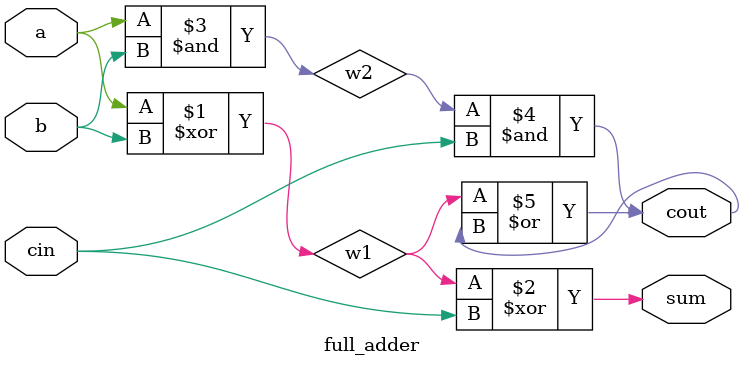
<source format=v>
module full_adder (
    input a,
    input b,
    input cin,
    output sum,
    output cout
);
    wire w1, w2;
    
    xor u1 (w1, a, b);
    xor u2 (sum, w1, cin);
    and u3 (w2, a, b);
    and u4 (cout, w2, cin);
    or u5 (cout, w1, cout);
endmodule
</source>
